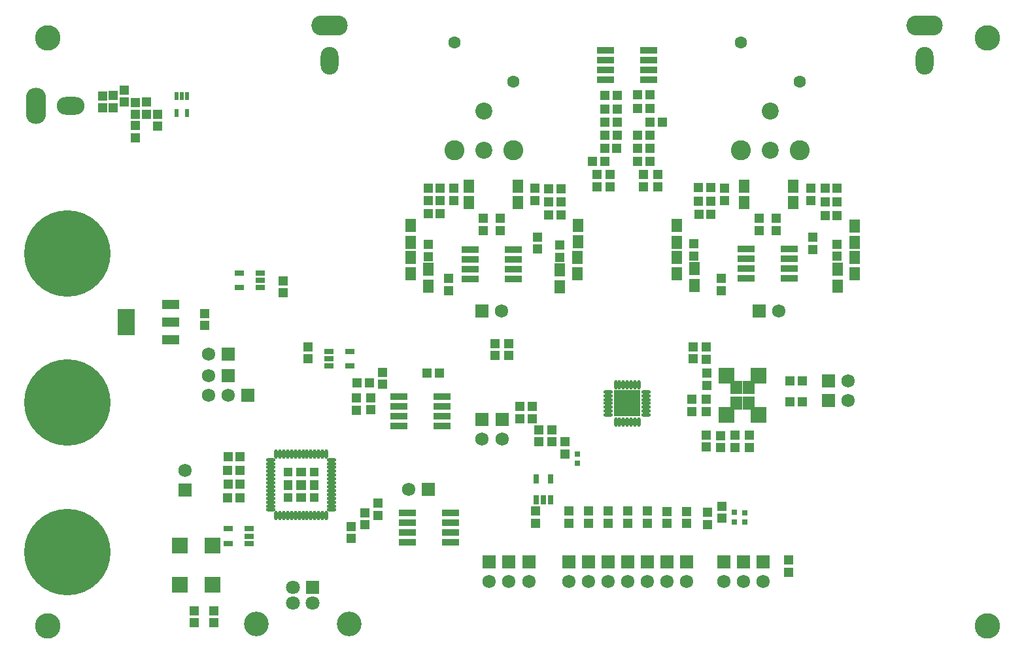
<source format=gbr>
G04 DipTrace 2.3.1.0*
%INTopMask.gbr*%
%MOIN*%
%ADD44R,0.0236X0.0433*%
%ADD54R,0.0709X0.0709*%
%ADD62C,0.063*%
%ADD63C,0.13*%
%ADD72O,0.1024X0.185*%
%ADD74O,0.1417X0.0906*%
%ADD76R,0.0579X0.0679*%
%ADD78R,0.0591X0.0669*%
%ADD80R,0.0787X0.0787*%
%ADD81R,0.0879X0.0459*%
%ADD83R,0.0879X0.1359*%
%ADD87O,0.0472X0.0189*%
%ADD89O,0.0189X0.0472*%
%ADD91R,0.0512X0.0315*%
%ADD93R,0.0315X0.0512*%
%ADD94R,0.1319X0.1319*%
%ADD96O,0.0197X0.0472*%
%ADD98O,0.0472X0.0197*%
%ADD100O,0.185X0.1024*%
%ADD102O,0.0906X0.1417*%
%ADD104C,0.1024*%
%ADD105C,0.0866*%
%ADD107C,0.126*%
%ADD109C,0.0709*%
%ADD112C,0.4409*%
%ADD114C,0.0679*%
%ADD116R,0.0679X0.0679*%
%ADD118R,0.0879X0.0339*%
%ADD120R,0.0276X0.0276*%
%ADD122R,0.0479X0.0479*%
%FSLAX44Y44*%
G04*
G70*
G90*
G75*
G01*
%LNTopMask*%
%LPD*%
D122*
X13437Y21372D3*
Y20752D3*
X21167Y17060D3*
Y16440D3*
X22501Y18373D3*
Y17753D3*
X21904Y16455D3*
Y17075D3*
X24769Y18313D3*
X25389D3*
X29502Y16623D3*
Y16003D3*
X30127Y16623D3*
Y16003D3*
X38004Y11269D3*
Y10649D3*
X31780Y14818D3*
Y14198D3*
X31107Y14815D3*
Y15435D3*
X17428Y22411D3*
Y23031D3*
X30440Y14815D3*
Y15435D3*
X18674Y19667D3*
Y19047D3*
X39000Y14544D3*
Y15164D3*
X39013Y18323D3*
Y17703D3*
X20882Y9882D3*
Y10502D3*
X15215Y11961D3*
X14595D3*
X15210Y13355D3*
X14590D3*
X13903Y5576D3*
Y6196D3*
X14607Y12658D3*
X15227D3*
X30305Y10669D3*
Y11289D3*
X40467Y15147D3*
Y14527D3*
D120*
X40419Y10742D3*
Y11215D3*
X32426Y13726D3*
Y14199D3*
X40944Y10736D3*
Y11208D3*
D118*
X23314Y17126D3*
Y16626D3*
Y16126D3*
Y15626D3*
X25514Y17126D3*
Y16626D3*
Y16126D3*
Y15626D3*
D116*
X29948Y8689D3*
D114*
Y7689D3*
D116*
X14610Y19281D3*
D114*
X13610D3*
D116*
X28937Y8687D3*
D114*
Y7687D3*
D116*
X36000Y8687D3*
D114*
Y7687D3*
D116*
X35000Y8687D3*
D114*
Y7687D3*
D116*
X34000Y8687D3*
D114*
Y7687D3*
D116*
X33000Y8687D3*
D114*
Y7687D3*
D116*
X32000Y8687D3*
D114*
Y7687D3*
D116*
X39875Y8687D3*
D114*
Y7687D3*
D116*
X40875Y8687D3*
D114*
Y7687D3*
D116*
X41875Y8687D3*
D114*
Y7687D3*
D116*
X38000Y8687D3*
D114*
Y7687D3*
D112*
X6437Y9187D3*
Y16812D3*
Y24437D3*
D116*
X15624Y17187D3*
D114*
X14624D3*
X13624D3*
D116*
X24836Y12377D3*
D114*
X23836D3*
D116*
X14624Y18185D3*
D114*
X13624D3*
D116*
X45206Y17937D3*
D114*
X46206D3*
D116*
X45206Y16937D3*
D114*
X46206D3*
D54*
X18921Y7396D3*
D109*
X17937D3*
Y6608D3*
X18921D3*
D107*
X20799Y5541D3*
X16059D3*
D116*
X27937Y8687D3*
D114*
Y7687D3*
D116*
X12421Y12348D3*
D114*
Y13348D3*
D116*
X37003Y8687D3*
D114*
Y7687D3*
D105*
X27665Y29687D3*
Y31687D3*
D104*
X26165Y29687D3*
X29165D3*
D62*
X26165Y35187D3*
X29165Y33187D3*
D105*
X42245Y29687D3*
Y31687D3*
D104*
X40745Y29687D3*
X43745D3*
D62*
X40745Y35187D3*
X43745Y33187D3*
D116*
X27571Y15960D3*
D114*
Y14960D3*
D116*
X28573Y15960D3*
D114*
Y14960D3*
D102*
X19791Y34274D3*
D100*
Y36046D3*
D102*
X50120Y34274D3*
D100*
Y36046D3*
D122*
X41189Y15146D3*
Y14526D3*
X21811Y17813D3*
X21191D3*
X37003Y11269D3*
Y10649D3*
X43191Y8172D3*
Y8792D3*
X32000Y10672D3*
Y11292D3*
X33000Y10672D3*
Y11292D3*
X34000Y10672D3*
Y11292D3*
X39066Y11224D3*
Y10604D3*
X35000Y10672D3*
Y11292D3*
X36000Y10672D3*
Y11292D3*
X43891Y17937D3*
X43271D3*
X43891Y16863D3*
X43271D3*
X38253Y16994D3*
Y16374D3*
X39000Y16356D3*
Y16976D3*
X15230Y14054D3*
X14610D3*
X12903Y5576D3*
Y6196D3*
X21582Y11208D3*
Y10588D3*
X22262Y11681D3*
Y11061D3*
X39775Y11535D3*
Y10915D3*
X39729Y14522D3*
Y15142D3*
D98*
X35930Y16186D3*
Y16383D3*
Y16580D3*
Y16777D3*
Y16973D3*
Y17170D3*
Y17367D3*
D96*
X35556Y17741D3*
X35359D3*
X35163D3*
X34966D3*
X34769D3*
X34572D3*
X34375D3*
D98*
X34001Y17367D3*
Y17170D3*
Y16973D3*
Y16777D3*
Y16580D3*
Y16383D3*
Y16186D3*
D96*
X34375Y15812D3*
X34572D3*
X34769D3*
X34966D3*
X35163D3*
X35359D3*
X35556D3*
D94*
X34966Y16777D3*
D93*
X30318Y11861D3*
X30692D3*
X31066D3*
Y12924D3*
X30318D3*
D91*
X16250Y22687D3*
Y23061D3*
Y23435D3*
X15187D3*
Y22687D3*
X19750Y19437D3*
Y19063D3*
Y18689D3*
X20812D3*
Y19437D3*
G36*
X17466Y11750D2*
X17904D1*
Y12188D1*
X17466D1*
Y11750D1*
G37*
G36*
Y12375D2*
X17904D1*
Y12875D1*
X17466D1*
Y12375D1*
G37*
G36*
Y13062D2*
X17904D1*
Y13500D1*
X17466D1*
Y13062D1*
G37*
G36*
X18092Y11750D2*
X18591D1*
Y12188D1*
X18092D1*
Y11750D1*
G37*
G36*
Y12375D2*
X18591D1*
Y12875D1*
X18092D1*
Y12375D1*
G37*
G36*
Y13062D2*
X18591D1*
Y13500D1*
X18092D1*
Y13062D1*
G37*
G36*
X18779Y11750D2*
X19217D1*
Y12188D1*
X18779D1*
Y11750D1*
G37*
G36*
Y12375D2*
X19217D1*
Y12875D1*
X18779D1*
Y12375D1*
G37*
G36*
Y13062D2*
X19217D1*
Y13500D1*
X18779D1*
Y13062D1*
G37*
D89*
X17062Y11062D3*
X17259D3*
X17456D3*
X17653D3*
X17849D3*
X18046D3*
X18243D3*
X18440D3*
X18637D3*
X18834D3*
X19031D3*
X19227D3*
X19424D3*
X19621D3*
D87*
X19905Y11345D3*
Y11542D3*
Y11739D3*
Y11936D3*
Y12133D3*
Y12330D3*
Y12527D3*
Y12723D3*
Y12920D3*
Y13117D3*
Y13314D3*
Y13511D3*
Y13708D3*
Y13905D3*
D89*
X19621Y14188D3*
X19424D3*
X19227D3*
X19031D3*
X18834D3*
X18637D3*
X18440D3*
X18243D3*
X18046D3*
X17849D3*
X17653D3*
X17456D3*
X17259D3*
X17062D3*
D87*
X16779Y13905D3*
Y13708D3*
Y13511D3*
Y13314D3*
Y13117D3*
Y12920D3*
Y12723D3*
Y12527D3*
Y12330D3*
Y12133D3*
Y11936D3*
Y11739D3*
Y11542D3*
Y11345D3*
D118*
X23772Y11179D3*
Y10679D3*
Y10179D3*
Y9679D3*
X25972Y11179D3*
Y10679D3*
Y10179D3*
Y9679D3*
D91*
X15684Y9635D3*
Y10009D3*
Y10383D3*
X14621D3*
Y9635D3*
D83*
X9437Y20937D3*
D81*
X11687Y21837D3*
Y20937D3*
Y20037D3*
D80*
X41663Y16194D3*
X40013D3*
Y18192D3*
X41663Y18194D3*
D78*
X40518Y16779D3*
X41151D3*
Y17605D3*
X40518D3*
D80*
X13806Y9511D3*
X12157D3*
Y7511D3*
X13806D3*
D122*
X24821Y24275D3*
Y24895D3*
X31535Y24242D3*
Y24862D3*
D76*
X23936Y24994D3*
Y25844D3*
X32440Y25014D3*
Y25864D3*
D122*
X30955Y27742D3*
X31575D3*
X25437Y27754D3*
X24817D3*
D76*
X26897Y27864D3*
Y27014D3*
X29375Y27864D3*
Y27014D3*
D122*
X27627Y26218D3*
Y25598D3*
X30396Y25271D3*
Y24651D3*
X25872Y22537D3*
Y23157D3*
D118*
X29139Y23127D3*
Y23627D3*
Y24127D3*
Y24627D3*
X26939Y23127D3*
Y23627D3*
Y24127D3*
Y24627D3*
D116*
X27562Y21500D3*
D114*
X28562D3*
D76*
X23936Y23385D3*
Y24235D3*
X32436Y23385D3*
Y24235D3*
D122*
X24817Y27113D3*
X25437D3*
X31582Y27059D3*
X30962D3*
X26135Y27127D3*
Y27747D3*
X30250Y27127D3*
Y27747D3*
X25437Y26449D3*
X24817D3*
X30962Y26395D3*
X31582D3*
X28502Y26218D3*
Y25598D3*
X28924Y19841D3*
Y19221D3*
D76*
X31534Y22736D3*
Y23586D3*
X24814Y22766D3*
Y23616D3*
D122*
X28237Y19218D3*
Y19838D3*
X38353Y24308D3*
Y24928D3*
X45666Y24277D3*
Y24897D3*
D76*
X37501Y24993D3*
Y25843D3*
X46556Y24985D3*
Y25835D3*
D122*
X45040Y27750D3*
X45660D3*
X39213Y27789D3*
X38593D3*
D76*
X40936Y27864D3*
Y27014D3*
X43436Y27864D3*
Y27014D3*
D122*
X41685Y26216D3*
Y25596D3*
X44438Y25246D3*
Y24626D3*
X39761Y22536D3*
Y23156D3*
D118*
X43226Y23152D3*
Y23652D3*
Y24152D3*
Y24652D3*
X41026Y23152D3*
Y23652D3*
Y24152D3*
Y24652D3*
D116*
X41685Y21500D3*
D114*
X42685D3*
D76*
X37497Y23385D3*
Y24235D3*
X46559Y23385D3*
Y24235D3*
D122*
X38593Y27101D3*
X39213D3*
X45660Y27063D3*
X45040D3*
X39935Y27127D3*
Y27747D3*
X44310Y27127D3*
Y27747D3*
X39227Y26414D3*
X38607D3*
X45040Y26375D3*
X45660D3*
X42564Y26218D3*
Y25598D3*
X38316Y19670D3*
Y19050D3*
D76*
X45691Y22766D3*
Y23616D3*
X38378Y22796D3*
Y23646D3*
D122*
X38988Y19031D3*
Y19651D3*
X34442Y31796D3*
X33822D3*
X33817Y29800D3*
X34437D3*
X35492Y29791D3*
X36112D3*
X36117Y31826D3*
X35497D3*
D118*
X36053Y33296D3*
Y33796D3*
Y34296D3*
Y34796D3*
X33853Y33296D3*
Y33796D3*
Y34296D3*
Y34796D3*
D122*
X33821Y32483D3*
X34441D3*
X34097Y27834D3*
Y28454D3*
X34441Y31130D3*
X33821D3*
X36751Y31137D3*
X36131D3*
X33816Y29123D3*
X33196D3*
X35495D3*
X36115D3*
X33410Y27834D3*
Y28454D3*
X34441Y30464D3*
X33821D3*
X36117Y32514D3*
X35497D3*
X36509Y27834D3*
Y28454D3*
X35793Y27836D3*
Y28456D3*
X36112Y30460D3*
X35492D3*
X9896Y30331D3*
Y30951D3*
X8766Y32480D3*
Y31860D3*
X11023Y30916D3*
Y31536D3*
D74*
X6583Y31961D3*
D72*
X4812D3*
D122*
X8207Y31849D3*
Y32469D3*
X9900Y32138D3*
Y31518D3*
X9335Y32767D3*
Y32147D3*
X10465Y32146D3*
Y31526D3*
D44*
X12509Y32467D3*
X12253D3*
X11997D3*
Y31600D3*
X12509D3*
D63*
X5437Y35437D3*
Y5437D3*
X53317D3*
Y35437D3*
M02*

</source>
